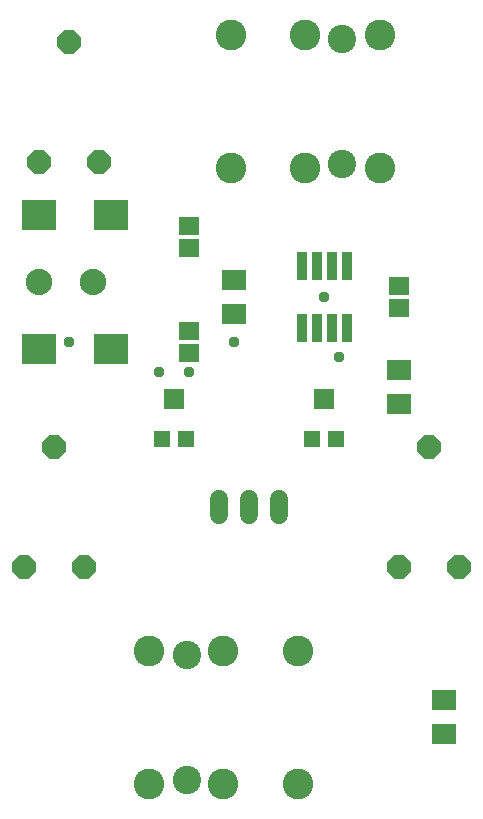
<source format=gbr>
G04 EAGLE Gerber RS-274X export*
G75*
%MOMM*%
%FSLAX34Y34*%
%LPD*%
%INSoldermask Top*%
%IPPOS*%
%AMOC8*
5,1,8,0,0,1.08239X$1,22.5*%
G01*
%ADD10R,2.003200X1.803200*%
%ADD11R,0.812800X2.413000*%
%ADD12C,2.603200*%
%ADD13C,2.403200*%
%ADD14R,3.003200X2.603200*%
%ADD15C,2.235200*%
%ADD16C,1.524000*%
%ADD17P,2.144431X8X22.500000*%
%ADD18R,1.703200X1.503200*%
%ADD19R,1.703200X1.803200*%
%ADD20R,1.403200X1.403200*%
%ADD21C,0.959600*%


D10*
X381000Y62200D03*
X381000Y90200D03*
X342900Y341600D03*
X342900Y369600D03*
X203200Y445800D03*
X203200Y417800D03*
D11*
X298450Y457962D03*
X298450Y405638D03*
X285750Y457962D03*
X273050Y457962D03*
X285750Y405638D03*
X273050Y405638D03*
X260350Y457962D03*
X260350Y405638D03*
D12*
X193900Y19400D03*
X193900Y132400D03*
X130900Y19400D03*
X130900Y132400D03*
X256900Y19400D03*
X256900Y132400D03*
D13*
X162900Y128900D03*
X162900Y22900D03*
D12*
X263300Y653700D03*
X263300Y540700D03*
X326300Y653700D03*
X326300Y540700D03*
X200300Y653700D03*
X200300Y540700D03*
D13*
X294300Y544200D03*
X294300Y650200D03*
D14*
X38100Y501500D03*
X38100Y387500D03*
X99100Y501500D03*
X99100Y387500D03*
D15*
X38100Y444500D03*
X83820Y444500D03*
D16*
X241300Y260604D02*
X241300Y247396D01*
X190500Y247396D02*
X190500Y260604D01*
X215900Y260604D02*
X215900Y247396D01*
D17*
X342900Y203200D03*
X393700Y203200D03*
X368300Y304800D03*
X25400Y203200D03*
X76200Y203200D03*
X50800Y304800D03*
D18*
X342900Y422300D03*
X342900Y441300D03*
X165100Y384200D03*
X165100Y403200D03*
X165100Y473100D03*
X165100Y492100D03*
D17*
X38100Y546100D03*
X88900Y546100D03*
X63500Y647700D03*
D19*
X279400Y345200D03*
D20*
X269400Y311950D03*
X289400Y311950D03*
D19*
X152400Y345200D03*
D20*
X142400Y311950D03*
X162400Y311950D03*
D21*
X63500Y393700D03*
X139700Y368300D03*
X165100Y368300D03*
X203200Y393700D03*
X292100Y381000D03*
X279400Y431800D03*
M02*

</source>
